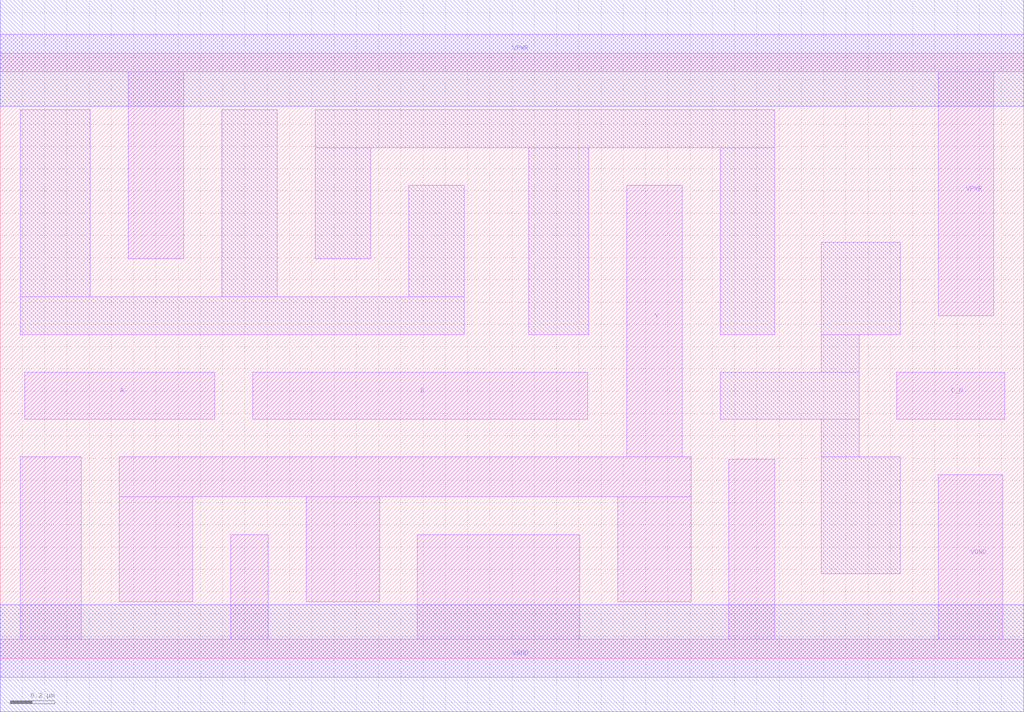
<source format=lef>
# Copyright 2020 The SkyWater PDK Authors
#
# Licensed under the Apache License, Version 2.0 (the "License");
# you may not use this file except in compliance with the License.
# You may obtain a copy of the License at
#
#     https://www.apache.org/licenses/LICENSE-2.0
#
# Unless required by applicable law or agreed to in writing, software
# distributed under the License is distributed on an "AS IS" BASIS,
# WITHOUT WARRANTIES OR CONDITIONS OF ANY KIND, either express or implied.
# See the License for the specific language governing permissions and
# limitations under the License.
#
# SPDX-License-Identifier: Apache-2.0

VERSION 5.5 ;
NAMESCASESENSITIVE ON ;
BUSBITCHARS "[]" ;
DIVIDERCHAR "/" ;
MACRO sky130_fd_sc_hd__nor3b_2
  CLASS CORE ;
  SOURCE USER ;
  ORIGIN  0.000000  0.000000 ;
  SIZE  4.600000 BY  2.720000 ;
  SYMMETRY X Y R90 ;
  SITE unithd ;
  PIN A
    ANTENNAGATEAREA  0.495000 ;
    DIRECTION INPUT ;
    USE SIGNAL ;
    PORT
      LAYER li1 ;
        RECT 0.110000 1.075000 0.965000 1.285000 ;
    END
  END A
  PIN B
    ANTENNAGATEAREA  0.495000 ;
    DIRECTION INPUT ;
    USE SIGNAL ;
    PORT
      LAYER li1 ;
        RECT 1.135000 1.075000 2.640000 1.285000 ;
    END
  END B
  PIN C_N
    ANTENNAGATEAREA  0.126000 ;
    DIRECTION INPUT ;
    USE SIGNAL ;
    PORT
      LAYER li1 ;
        RECT 4.030000 1.075000 4.515000 1.285000 ;
    END
  END C_N
  PIN Y
    ANTENNADIFFAREA  0.796500 ;
    DIRECTION OUTPUT ;
    USE SIGNAL ;
    PORT
      LAYER li1 ;
        RECT 0.535000 0.255000 0.865000 0.725000 ;
        RECT 0.535000 0.725000 3.105000 0.905000 ;
        RECT 1.375000 0.255000 1.705000 0.725000 ;
        RECT 2.775000 0.255000 3.105000 0.725000 ;
        RECT 2.815000 0.905000 3.065000 2.125000 ;
    END
  END Y
  PIN VGND
    DIRECTION INOUT ;
    SHAPE ABUTMENT ;
    USE GROUND ;
    PORT
      LAYER li1 ;
        RECT 0.000000 -0.085000 4.600000 0.085000 ;
        RECT 0.090000  0.085000 0.365000 0.905000 ;
        RECT 1.035000  0.085000 1.205000 0.555000 ;
        RECT 1.875000  0.085000 2.605000 0.555000 ;
        RECT 3.275000  0.085000 3.480000 0.895000 ;
        RECT 4.215000  0.085000 4.505000 0.825000 ;
    END
    PORT
      LAYER met1 ;
        RECT 0.000000 -0.240000 4.600000 0.240000 ;
    END
  END VGND
  PIN VPWR
    DIRECTION INOUT ;
    SHAPE ABUTMENT ;
    USE POWER ;
    PORT
      LAYER li1 ;
        RECT 0.000000 2.635000 4.600000 2.805000 ;
        RECT 0.575000 1.795000 0.825000 2.635000 ;
        RECT 4.215000 1.540000 4.465000 2.635000 ;
    END
    PORT
      LAYER met1 ;
        RECT 0.000000 2.480000 4.600000 2.960000 ;
    END
  END VPWR
  OBS
    LAYER li1 ;
      RECT 0.090000 1.455000 2.085000 1.625000 ;
      RECT 0.090000 1.625000 0.405000 2.465000 ;
      RECT 0.995000 1.625000 1.245000 2.465000 ;
      RECT 1.415000 1.795000 1.665000 2.295000 ;
      RECT 1.415000 2.295000 3.480000 2.465000 ;
      RECT 1.835000 1.625000 2.085000 2.125000 ;
      RECT 2.375000 1.455000 2.645000 2.295000 ;
      RECT 3.235000 1.075000 3.860000 1.285000 ;
      RECT 3.235000 1.455000 3.480000 2.295000 ;
      RECT 3.690000 0.380000 4.045000 0.905000 ;
      RECT 3.690000 0.905000 3.860000 1.075000 ;
      RECT 3.690000 1.285000 3.860000 1.455000 ;
      RECT 3.690000 1.455000 4.045000 1.870000 ;
  END
END sky130_fd_sc_hd__nor3b_2
END LIBRARY

</source>
